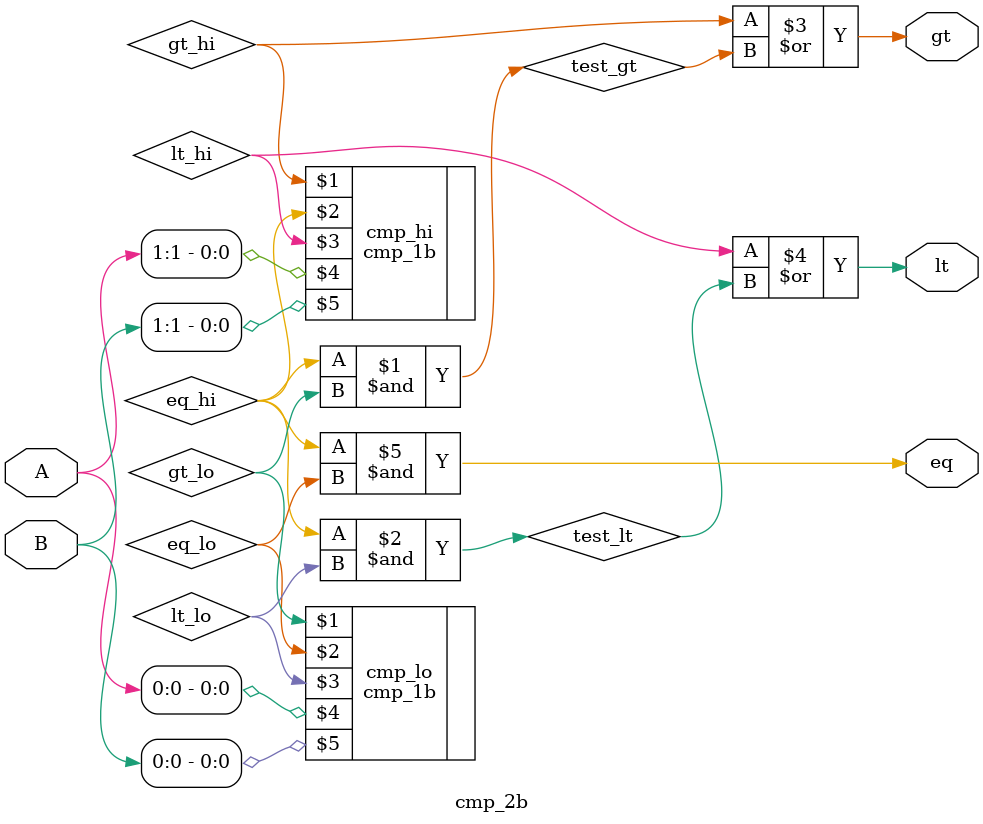
<source format=v>
module cmp_2b (gt, eq, lt, A, B);

  output wire gt, eq, lt;
  input wire [1:0] A, B;

  wire gt_hi, eq_hi, lt_hi;
  wire gt_lo, eq_lo, lt_lo;
  wire test_gt, test_lt;

  cmp_1b cmp_hi (gt_hi, eq_hi, lt_hi, A[1], B[1]);
  cmp_1b cmp_lo (gt_lo, eq_lo, lt_lo, A[0], B[0]);

  and and_gt (test_gt, eq_hi, gt_lo);
  and and_lt (test_lt, eq_hi, lt_lo);

  or or_gt (gt, gt_hi, test_gt);
  or or_lt (lt, lt_hi, test_lt);

  and and_eq (eq, eq_hi, eq_lo);

endmodule

</source>
